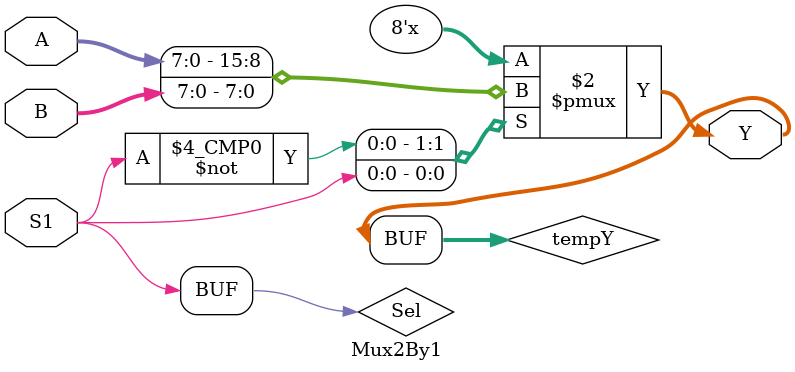
<source format=v>
`timescale 1ns / 1ps
module Mux2By1(
		input [7:0] A,B,
		input S1,
    output [7:0] Y

    );
	 wire  Sel;
	 assign Sel = S1;
	 reg [7:0] tempY;
	 always@(A,B,Sel) 
			begin 
				case(Sel) 
				1'b0:tempY=A; 
				1'b1:tempY=B; 				
				
				default:;
				endcase 
	end 
	assign Y = tempY;

endmodule

</source>
